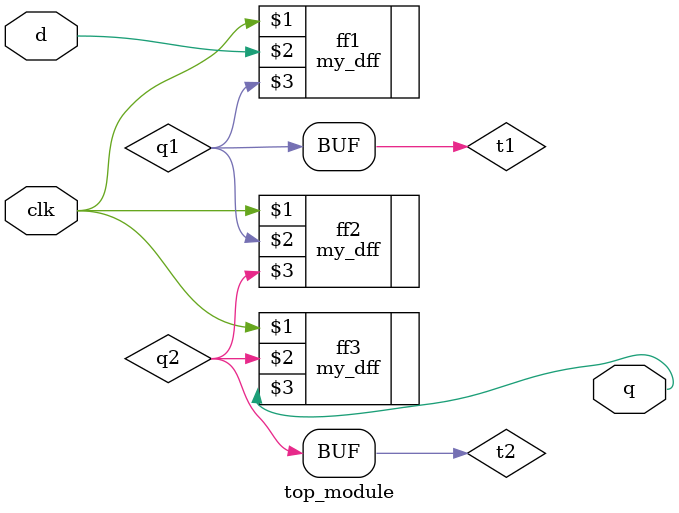
<source format=v>
module top_module ( input clk, input d, output q );
    wire q1;
    my_dff ff1(clk,d,q1);
    wire t1;
    assign t1=q1;
    wire q2;
    my_dff ff2(clk,t1,q2);
    wire t2;
    assign t2=q2;
    my_dff ff3(clk,t2,q);

endmodule
</source>
